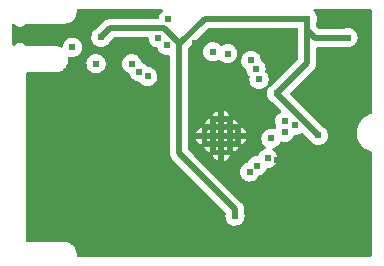
<source format=gbr>
%TF.GenerationSoftware,KiCad,Pcbnew,6.0.7-f9a2dced07~116~ubuntu22.04.1*%
%TF.CreationDate,2022-09-27T00:14:19+08:00*%
%TF.ProjectId,esp32_core_m2,65737033-325f-4636-9f72-655f6d322e6b,rev?*%
%TF.SameCoordinates,Original*%
%TF.FileFunction,Copper,L2,Inr*%
%TF.FilePolarity,Positive*%
%FSLAX46Y46*%
G04 Gerber Fmt 4.6, Leading zero omitted, Abs format (unit mm)*
G04 Created by KiCad (PCBNEW 6.0.7-f9a2dced07~116~ubuntu22.04.1) date 2022-09-27 00:14:19*
%MOMM*%
%LPD*%
G01*
G04 APERTURE LIST*
%TA.AperFunction,ComponentPad*%
%ADD10C,0.500000*%
%TD*%
%TA.AperFunction,ViaPad*%
%ADD11C,0.609600*%
%TD*%
%TA.AperFunction,Conductor*%
%ADD12C,0.508000*%
%TD*%
G04 APERTURE END LIST*
D10*
%TO.N,GND*%
%TO.C,U2*%
X92329000Y-71374000D03*
X90914786Y-71374000D03*
X92329000Y-72788214D03*
X93743214Y-71374000D03*
X91621893Y-70666893D03*
X93036107Y-72081107D03*
X93036107Y-70666893D03*
X91621893Y-72081107D03*
X92329000Y-69959786D03*
%TD*%
D11*
%TO.N,GND*%
X96393000Y-63322200D03*
X101092000Y-64820800D03*
X102057200Y-64795400D03*
X102666800Y-61341000D03*
%TO.N,+3V3*%
X103047800Y-63068200D03*
%TO.N,/GPIO0*%
X94727572Y-74434023D03*
%TO.N,/GPIO1*%
X95351600Y-73914000D03*
%TO.N,/GPIO2*%
X96251166Y-73278500D03*
%TO.N,/GPIO3*%
X96545400Y-71602600D03*
%TO.N,/GPIO4*%
X97685746Y-71073179D03*
%TO.N,/GPIO5*%
X97688400Y-70154800D03*
%TO.N,/GPIO6*%
X95529400Y-66598800D03*
%TO.N,/GPIO7*%
X95275400Y-65709800D03*
%TO.N,/GPIO8*%
X94843600Y-64998600D03*
%TO.N,/GPIO9*%
X92862400Y-64414400D03*
%TO.N,/GPIO10*%
X91617800Y-64262000D03*
%TO.N,/GPIO14*%
X81737200Y-65277500D03*
X84759800Y-65277500D03*
%TO.N,/GPIO15*%
X86087941Y-66342660D03*
X87731600Y-63728600D03*
%TO.N,/GPIO16*%
X86995000Y-63094100D03*
X85369400Y-65963800D03*
%TO.N,GND*%
X81667350Y-76657200D03*
X102927150Y-78282800D03*
X87172800Y-80314800D03*
X80733900Y-78613000D03*
X101060250Y-78282800D03*
X101993700Y-78282800D03*
X85305900Y-79324200D03*
X80733900Y-77647800D03*
X82600800Y-76657200D03*
X85305900Y-80314800D03*
X79800450Y-76657200D03*
X87172800Y-81280000D03*
X80721200Y-63373000D03*
X91967050Y-79222600D03*
X86239350Y-81280000D03*
X94767400Y-79222600D03*
X82600800Y-77647800D03*
X103860600Y-78282800D03*
X91033600Y-81178400D03*
X88417400Y-74498200D03*
X82600800Y-78613000D03*
X81667350Y-78613000D03*
X85369400Y-70053200D03*
X91033600Y-80213200D03*
X90144600Y-63550800D03*
X85305900Y-81280000D03*
X91033600Y-79222600D03*
X91967050Y-80213200D03*
X93833950Y-81178400D03*
X97967800Y-77825600D03*
X83439000Y-81280000D03*
X92900500Y-79222600D03*
X86239350Y-80314800D03*
X85826600Y-74676000D03*
X84372450Y-81280000D03*
X78867000Y-76657200D03*
X83439000Y-79324200D03*
X84372450Y-80314800D03*
X100126800Y-78282800D03*
X97053400Y-73406000D03*
X80733900Y-76657200D03*
X92900500Y-81178400D03*
X79800450Y-78613000D03*
X78587600Y-62966600D03*
X78867000Y-77647800D03*
X84372450Y-79324200D03*
X94767400Y-81178400D03*
X93833950Y-80213200D03*
X92900500Y-80213200D03*
X91967050Y-81178400D03*
X78867000Y-78613000D03*
X81667350Y-77647800D03*
X93833950Y-79222600D03*
X87172800Y-79324200D03*
X94767400Y-80213200D03*
X79800450Y-77647800D03*
X83439000Y-80314800D03*
X86239350Y-79324200D03*
X90017600Y-75920600D03*
%TO.N,+5V*%
X87833200Y-61518800D03*
%TO.N,/CHIP_EN*%
X79730600Y-63881000D03*
X98610438Y-70477362D03*
%TO.N,+3V3*%
X97028000Y-67792600D03*
X82143600Y-63042800D03*
X100558600Y-71348600D03*
X88773000Y-63627000D03*
X99618800Y-61468000D03*
X93497400Y-78181200D03*
%TD*%
D12*
%TO.N,+3V3*%
X97028000Y-67792600D02*
X99618800Y-65201800D01*
X99618800Y-65201800D02*
X99618800Y-62407800D01*
X99618800Y-62407800D02*
X99618800Y-61468000D01*
X103047800Y-63068200D02*
X103022400Y-63093600D01*
X103022400Y-63093600D02*
X100304600Y-63093600D01*
X100304600Y-63093600D02*
X99618800Y-62407800D01*
X88773000Y-63525400D02*
X87503000Y-62255400D01*
X93726000Y-61468000D02*
X90932000Y-61468000D01*
X97028000Y-67818000D02*
X100558600Y-71348600D01*
X93497400Y-77597000D02*
X88773000Y-72872600D01*
X90932000Y-61468000D02*
X88773000Y-63627000D01*
X93726000Y-61468000D02*
X99618800Y-61468000D01*
X82931000Y-62255400D02*
X87503000Y-62255400D01*
X88773000Y-63627000D02*
X88773000Y-63525400D01*
X88773000Y-72872600D02*
X88773000Y-63627000D01*
X82143600Y-63042800D02*
X82931000Y-62255400D01*
X91998800Y-61468000D02*
X93726000Y-61468000D01*
X97028000Y-67792600D02*
X97028000Y-67818000D01*
X93497400Y-78181200D02*
X93497400Y-77597000D01*
%TD*%
%TA.AperFunction,Conductor*%
%TO.N,GND*%
G36*
X87348055Y-60650302D02*
G01*
X87394548Y-60703958D01*
X87404652Y-60774232D01*
X87375158Y-60838812D01*
X87345955Y-60863618D01*
X87335319Y-60870161D01*
X87335315Y-60870164D01*
X87329314Y-60873856D01*
X87198950Y-61001518D01*
X87100108Y-61154890D01*
X87097699Y-61161510D01*
X87097697Y-61161513D01*
X87079536Y-61211411D01*
X87037702Y-61326349D01*
X87036819Y-61333339D01*
X87030584Y-61382692D01*
X87002202Y-61447769D01*
X86943142Y-61487170D01*
X86905578Y-61492900D01*
X82998376Y-61492900D01*
X82979426Y-61491467D01*
X82965027Y-61489276D01*
X82965021Y-61489276D01*
X82957792Y-61488176D01*
X82950500Y-61488769D01*
X82950497Y-61488769D01*
X82904817Y-61492485D01*
X82894602Y-61492900D01*
X82886475Y-61492900D01*
X82882839Y-61493324D01*
X82882837Y-61493324D01*
X82879385Y-61493727D01*
X82858076Y-61496211D01*
X82853756Y-61496638D01*
X82780574Y-61502591D01*
X82773612Y-61504847D01*
X82767624Y-61506043D01*
X82761667Y-61507451D01*
X82754393Y-61508299D01*
X82747511Y-61510797D01*
X82747507Y-61510798D01*
X82685393Y-61533345D01*
X82681289Y-61534755D01*
X82611425Y-61557387D01*
X82605162Y-61561187D01*
X82599620Y-61563725D01*
X82594144Y-61566467D01*
X82587259Y-61568966D01*
X82581135Y-61572981D01*
X82525868Y-61609215D01*
X82522200Y-61611530D01*
X82459419Y-61649627D01*
X82455214Y-61653341D01*
X82455211Y-61653343D01*
X82450995Y-61657067D01*
X82450969Y-61657038D01*
X82448038Y-61659638D01*
X82444684Y-61662442D01*
X82438565Y-61666454D01*
X82385625Y-61722339D01*
X82385012Y-61722986D01*
X82382634Y-61725428D01*
X81829229Y-62278833D01*
X81796657Y-62301726D01*
X81795123Y-62302248D01*
X81639714Y-62397856D01*
X81509350Y-62525518D01*
X81410508Y-62678890D01*
X81408099Y-62685510D01*
X81408097Y-62685513D01*
X81350510Y-62843732D01*
X81348102Y-62850349D01*
X81325234Y-63031373D01*
X81325921Y-63038380D01*
X81325921Y-63038383D01*
X81331135Y-63091558D01*
X81343039Y-63212964D01*
X81400633Y-63386099D01*
X81404282Y-63392124D01*
X81486185Y-63527361D01*
X81495154Y-63542171D01*
X81500045Y-63547236D01*
X81500046Y-63547237D01*
X81564818Y-63614310D01*
X81621903Y-63673423D01*
X81627795Y-63677278D01*
X81627799Y-63677282D01*
X81768656Y-63769456D01*
X81774581Y-63773333D01*
X81781185Y-63775789D01*
X81781187Y-63775790D01*
X81822626Y-63791201D01*
X81945600Y-63836935D01*
X82126460Y-63861067D01*
X82133471Y-63860429D01*
X82133475Y-63860429D01*
X82273180Y-63847714D01*
X82308171Y-63844529D01*
X82314873Y-63842351D01*
X82314875Y-63842351D01*
X82475005Y-63790322D01*
X82475008Y-63790321D01*
X82481704Y-63788145D01*
X82498345Y-63778225D01*
X82632377Y-63698327D01*
X82632380Y-63698325D01*
X82638432Y-63694717D01*
X82721104Y-63615989D01*
X82765462Y-63573748D01*
X82765464Y-63573745D01*
X82770566Y-63568887D01*
X82788316Y-63542171D01*
X82867638Y-63422782D01*
X82867639Y-63422780D01*
X82871539Y-63416910D01*
X82876472Y-63403924D01*
X82905164Y-63359574D01*
X83209933Y-63054805D01*
X83272245Y-63020779D01*
X83299028Y-63017900D01*
X86056033Y-63017900D01*
X86124154Y-63037902D01*
X86170647Y-63091558D01*
X86181432Y-63131604D01*
X86194439Y-63264264D01*
X86252033Y-63437399D01*
X86267323Y-63462646D01*
X86318554Y-63547237D01*
X86346554Y-63593471D01*
X86351445Y-63598536D01*
X86351446Y-63598537D01*
X86381010Y-63629151D01*
X86473303Y-63724723D01*
X86479195Y-63728578D01*
X86479199Y-63728582D01*
X86620085Y-63820775D01*
X86625981Y-63824633D01*
X86632585Y-63827089D01*
X86632587Y-63827090D01*
X86673623Y-63842351D01*
X86797000Y-63888235D01*
X86803985Y-63889167D01*
X86855557Y-63896048D01*
X86920434Y-63924883D01*
X86958452Y-63981170D01*
X86982940Y-64054784D01*
X86988633Y-64071899D01*
X86992281Y-64077922D01*
X87065312Y-64198510D01*
X87083154Y-64227971D01*
X87088045Y-64233036D01*
X87088046Y-64233037D01*
X87109362Y-64255110D01*
X87209903Y-64359223D01*
X87215795Y-64363078D01*
X87215799Y-64363082D01*
X87356685Y-64455275D01*
X87362581Y-64459133D01*
X87369185Y-64461589D01*
X87369187Y-64461590D01*
X87420513Y-64480678D01*
X87533600Y-64522735D01*
X87714460Y-64546867D01*
X87721471Y-64546229D01*
X87721475Y-64546229D01*
X87873080Y-64532431D01*
X87942733Y-64546176D01*
X87993898Y-64595397D01*
X88010500Y-64657912D01*
X88010500Y-72805224D01*
X88009067Y-72824174D01*
X88006876Y-72838573D01*
X88006876Y-72838579D01*
X88005776Y-72845808D01*
X88006369Y-72853100D01*
X88006369Y-72853103D01*
X88010085Y-72898783D01*
X88010500Y-72908998D01*
X88010500Y-72917125D01*
X88010924Y-72920761D01*
X88010924Y-72920763D01*
X88011327Y-72924215D01*
X88013811Y-72945524D01*
X88014238Y-72949844D01*
X88020191Y-73023026D01*
X88022447Y-73029988D01*
X88023643Y-73035976D01*
X88025051Y-73041933D01*
X88025899Y-73049207D01*
X88028397Y-73056089D01*
X88028398Y-73056093D01*
X88050945Y-73118207D01*
X88052355Y-73122311D01*
X88074987Y-73192175D01*
X88078787Y-73198438D01*
X88081325Y-73203980D01*
X88084067Y-73209456D01*
X88086566Y-73216341D01*
X88090581Y-73222465D01*
X88126815Y-73277732D01*
X88129130Y-73281400D01*
X88167227Y-73344181D01*
X88170941Y-73348386D01*
X88170943Y-73348389D01*
X88174667Y-73352605D01*
X88174638Y-73352631D01*
X88177238Y-73355562D01*
X88180042Y-73358916D01*
X88184054Y-73365035D01*
X88189366Y-73370067D01*
X88240586Y-73418588D01*
X88243028Y-73420966D01*
X92674204Y-77852142D01*
X92708230Y-77914454D01*
X92704149Y-77974845D01*
X92705967Y-77975285D01*
X92704310Y-77982132D01*
X92701902Y-77988749D01*
X92679034Y-78169773D01*
X92679721Y-78176780D01*
X92679721Y-78176783D01*
X92689367Y-78275157D01*
X92696839Y-78351364D01*
X92754433Y-78524499D01*
X92848954Y-78680571D01*
X92975703Y-78811823D01*
X92981595Y-78815678D01*
X92981599Y-78815682D01*
X93122485Y-78907875D01*
X93128381Y-78911733D01*
X93134985Y-78914189D01*
X93134987Y-78914190D01*
X93213891Y-78943534D01*
X93299400Y-78975335D01*
X93480260Y-78999467D01*
X93487271Y-78998829D01*
X93487275Y-78998829D01*
X93626980Y-78986114D01*
X93661971Y-78982929D01*
X93668673Y-78980751D01*
X93668675Y-78980751D01*
X93828805Y-78928722D01*
X93828808Y-78928721D01*
X93835504Y-78926545D01*
X93860352Y-78911733D01*
X93986177Y-78836727D01*
X93986180Y-78836725D01*
X93992232Y-78833117D01*
X94063539Y-78765212D01*
X94119262Y-78712148D01*
X94119264Y-78712145D01*
X94124366Y-78707287D01*
X94225339Y-78555310D01*
X94240338Y-78515825D01*
X94287633Y-78391322D01*
X94287634Y-78391317D01*
X94290133Y-78384739D01*
X94315527Y-78204052D01*
X94315846Y-78181200D01*
X94295507Y-77999875D01*
X94266908Y-77917749D01*
X94259900Y-77876312D01*
X94259900Y-77664376D01*
X94261333Y-77645426D01*
X94263524Y-77631027D01*
X94263524Y-77631023D01*
X94264624Y-77623793D01*
X94260315Y-77570814D01*
X94259900Y-77560600D01*
X94259900Y-77552475D01*
X94256593Y-77524110D01*
X94256160Y-77519735D01*
X94250803Y-77453868D01*
X94250210Y-77446574D01*
X94247956Y-77439617D01*
X94246767Y-77433663D01*
X94245349Y-77427665D01*
X94244501Y-77420393D01*
X94219452Y-77351383D01*
X94218035Y-77347256D01*
X94197668Y-77284386D01*
X94197667Y-77284384D01*
X94195413Y-77277426D01*
X94191617Y-77271170D01*
X94189067Y-77265601D01*
X94186330Y-77260137D01*
X94183834Y-77253259D01*
X94143564Y-77191838D01*
X94141244Y-77188159D01*
X94106088Y-77130223D01*
X94103173Y-77125419D01*
X94095733Y-77116995D01*
X94095762Y-77116969D01*
X94093162Y-77114038D01*
X94090358Y-77110684D01*
X94086346Y-77104565D01*
X94029813Y-77051011D01*
X94027372Y-77048634D01*
X90027773Y-73049035D01*
X91616880Y-73049035D01*
X91634328Y-73101488D01*
X91640199Y-73114193D01*
X91720997Y-73247607D01*
X91729537Y-73258696D01*
X91837885Y-73370893D01*
X91848667Y-73379813D01*
X91979179Y-73465219D01*
X91991674Y-73471530D01*
X92062021Y-73497692D01*
X92076087Y-73498685D01*
X92079000Y-73493338D01*
X92079000Y-73485922D01*
X92579000Y-73485922D01*
X92582973Y-73499453D01*
X92590000Y-73500463D01*
X92637414Y-73485057D01*
X92650165Y-73479273D01*
X92784134Y-73399412D01*
X92795287Y-73390946D01*
X92908233Y-73283389D01*
X92917236Y-73272659D01*
X93003542Y-73142757D01*
X93009945Y-73130299D01*
X93038493Y-73055148D01*
X93039583Y-73041090D01*
X93034391Y-73038214D01*
X92597115Y-73038214D01*
X92581876Y-73042689D01*
X92580671Y-73044079D01*
X92579000Y-73051762D01*
X92579000Y-73485922D01*
X92079000Y-73485922D01*
X92079000Y-73056329D01*
X92074525Y-73041090D01*
X92073135Y-73039885D01*
X92065452Y-73038214D01*
X91631395Y-73038214D01*
X91617864Y-73042187D01*
X91616880Y-73049035D01*
X90027773Y-73049035D01*
X89572405Y-72593667D01*
X89538379Y-72531355D01*
X89535500Y-72504572D01*
X89535500Y-72341928D01*
X90909773Y-72341928D01*
X90927221Y-72394381D01*
X90933092Y-72407086D01*
X91013890Y-72540500D01*
X91022430Y-72551589D01*
X91130778Y-72663786D01*
X91141560Y-72672706D01*
X91272072Y-72758112D01*
X91284567Y-72764423D01*
X91354914Y-72790585D01*
X91368980Y-72791578D01*
X91371893Y-72786231D01*
X91371893Y-72778815D01*
X93286107Y-72778815D01*
X93290080Y-72792346D01*
X93297107Y-72793356D01*
X93344521Y-72777950D01*
X93357272Y-72772166D01*
X93491241Y-72692305D01*
X93502394Y-72683839D01*
X93615340Y-72576282D01*
X93624343Y-72565552D01*
X93710649Y-72435650D01*
X93717052Y-72423192D01*
X93745600Y-72348041D01*
X93746690Y-72333983D01*
X93741498Y-72331107D01*
X93304222Y-72331107D01*
X93288983Y-72335582D01*
X93287778Y-72336972D01*
X93286107Y-72344655D01*
X93286107Y-72778815D01*
X91371893Y-72778815D01*
X91371893Y-72520099D01*
X91871893Y-72520099D01*
X91876368Y-72535338D01*
X91877758Y-72536543D01*
X91885441Y-72538214D01*
X92060885Y-72538214D01*
X92076124Y-72533739D01*
X92077329Y-72532349D01*
X92079000Y-72524666D01*
X92079000Y-72520099D01*
X92579000Y-72520099D01*
X92583475Y-72535338D01*
X92584865Y-72536543D01*
X92592548Y-72538214D01*
X92767992Y-72538214D01*
X92783231Y-72533739D01*
X92784436Y-72532349D01*
X92786107Y-72524666D01*
X92786107Y-72349222D01*
X92781632Y-72333983D01*
X92780242Y-72332778D01*
X92772559Y-72331107D01*
X92597115Y-72331107D01*
X92581876Y-72335582D01*
X92580671Y-72336972D01*
X92579000Y-72344655D01*
X92579000Y-72520099D01*
X92079000Y-72520099D01*
X92079000Y-72349222D01*
X92074525Y-72333983D01*
X92073135Y-72332778D01*
X92065452Y-72331107D01*
X91890008Y-72331107D01*
X91874769Y-72335582D01*
X91873564Y-72336972D01*
X91871893Y-72344655D01*
X91871893Y-72520099D01*
X91371893Y-72520099D01*
X91371893Y-72349222D01*
X91367418Y-72333983D01*
X91366028Y-72332778D01*
X91358345Y-72331107D01*
X90924288Y-72331107D01*
X90910757Y-72335080D01*
X90909773Y-72341928D01*
X89535500Y-72341928D01*
X89535500Y-71634821D01*
X90202666Y-71634821D01*
X90220114Y-71687274D01*
X90225985Y-71699979D01*
X90306783Y-71833393D01*
X90315323Y-71844482D01*
X90423671Y-71956679D01*
X90434453Y-71965599D01*
X90564965Y-72051005D01*
X90577460Y-72057316D01*
X90647807Y-72083478D01*
X90661873Y-72084471D01*
X90664786Y-72079124D01*
X90664786Y-72071708D01*
X93993214Y-72071708D01*
X93997187Y-72085239D01*
X94004214Y-72086249D01*
X94051628Y-72070843D01*
X94064379Y-72065059D01*
X94198348Y-71985198D01*
X94209501Y-71976732D01*
X94322447Y-71869175D01*
X94331450Y-71858445D01*
X94417756Y-71728543D01*
X94424159Y-71716085D01*
X94452707Y-71640934D01*
X94453797Y-71626876D01*
X94448605Y-71624000D01*
X94011329Y-71624000D01*
X93996090Y-71628475D01*
X93994885Y-71629865D01*
X93993214Y-71637548D01*
X93993214Y-72071708D01*
X90664786Y-72071708D01*
X90664786Y-71812992D01*
X91164786Y-71812992D01*
X91169261Y-71828231D01*
X91170651Y-71829436D01*
X91178334Y-71831107D01*
X91353778Y-71831107D01*
X91369017Y-71826632D01*
X91370222Y-71825242D01*
X91371893Y-71817559D01*
X91371893Y-71812992D01*
X91871893Y-71812992D01*
X91876368Y-71828231D01*
X91877758Y-71829436D01*
X91885441Y-71831107D01*
X92060885Y-71831107D01*
X92076124Y-71826632D01*
X92077329Y-71825242D01*
X92079000Y-71817559D01*
X92079000Y-71812992D01*
X92579000Y-71812992D01*
X92583475Y-71828231D01*
X92584865Y-71829436D01*
X92592548Y-71831107D01*
X92767992Y-71831107D01*
X92783231Y-71826632D01*
X92784436Y-71825242D01*
X92786107Y-71817559D01*
X92786107Y-71812992D01*
X93286107Y-71812992D01*
X93290582Y-71828231D01*
X93291972Y-71829436D01*
X93299655Y-71831107D01*
X93475099Y-71831107D01*
X93490338Y-71826632D01*
X93491543Y-71825242D01*
X93493214Y-71817559D01*
X93493214Y-71642115D01*
X93488739Y-71626876D01*
X93487349Y-71625671D01*
X93479666Y-71624000D01*
X93304222Y-71624000D01*
X93288983Y-71628475D01*
X93287778Y-71629865D01*
X93286107Y-71637548D01*
X93286107Y-71812992D01*
X92786107Y-71812992D01*
X92786107Y-71642115D01*
X92781632Y-71626876D01*
X92780242Y-71625671D01*
X92772559Y-71624000D01*
X92597115Y-71624000D01*
X92581876Y-71628475D01*
X92580671Y-71629865D01*
X92579000Y-71637548D01*
X92579000Y-71812992D01*
X92079000Y-71812992D01*
X92079000Y-71642115D01*
X92074525Y-71626876D01*
X92073135Y-71625671D01*
X92065452Y-71624000D01*
X91890008Y-71624000D01*
X91874769Y-71628475D01*
X91873564Y-71629865D01*
X91871893Y-71637548D01*
X91871893Y-71812992D01*
X91371893Y-71812992D01*
X91371893Y-71642115D01*
X91367418Y-71626876D01*
X91366028Y-71625671D01*
X91358345Y-71624000D01*
X91182901Y-71624000D01*
X91167662Y-71628475D01*
X91166457Y-71629865D01*
X91164786Y-71637548D01*
X91164786Y-71812992D01*
X90664786Y-71812992D01*
X90664786Y-71642115D01*
X90660311Y-71626876D01*
X90658921Y-71625671D01*
X90651238Y-71624000D01*
X90217181Y-71624000D01*
X90203650Y-71627973D01*
X90202666Y-71634821D01*
X89535500Y-71634821D01*
X89535500Y-71121050D01*
X90204389Y-71121050D01*
X90209895Y-71124000D01*
X90646671Y-71124000D01*
X90661910Y-71119525D01*
X90663115Y-71118135D01*
X90664786Y-71110452D01*
X90664786Y-71105885D01*
X91164786Y-71105885D01*
X91169261Y-71121124D01*
X91170651Y-71122329D01*
X91178334Y-71124000D01*
X91353778Y-71124000D01*
X91369017Y-71119525D01*
X91370222Y-71118135D01*
X91371893Y-71110452D01*
X91371893Y-71105885D01*
X91871893Y-71105885D01*
X91876368Y-71121124D01*
X91877758Y-71122329D01*
X91885441Y-71124000D01*
X92060885Y-71124000D01*
X92076124Y-71119525D01*
X92077329Y-71118135D01*
X92079000Y-71110452D01*
X92079000Y-71105885D01*
X92579000Y-71105885D01*
X92583475Y-71121124D01*
X92584865Y-71122329D01*
X92592548Y-71124000D01*
X92767992Y-71124000D01*
X92783231Y-71119525D01*
X92784436Y-71118135D01*
X92786107Y-71110452D01*
X92786107Y-71105885D01*
X93286107Y-71105885D01*
X93290582Y-71121124D01*
X93291972Y-71122329D01*
X93299655Y-71124000D01*
X93475099Y-71124000D01*
X93490338Y-71119525D01*
X93491543Y-71118135D01*
X93493214Y-71110452D01*
X93493214Y-71105885D01*
X93993214Y-71105885D01*
X93997689Y-71121124D01*
X93999079Y-71122329D01*
X94006762Y-71124000D01*
X94440730Y-71124000D01*
X94454261Y-71120027D01*
X94455196Y-71113522D01*
X94433443Y-71051054D01*
X94427397Y-71038436D01*
X94344745Y-70906165D01*
X94336048Y-70895192D01*
X94226147Y-70784521D01*
X94215237Y-70775749D01*
X94083556Y-70692181D01*
X94070960Y-70686038D01*
X94010281Y-70664431D01*
X93996201Y-70663635D01*
X93993214Y-70669305D01*
X93993214Y-71105885D01*
X93493214Y-71105885D01*
X93493214Y-70935008D01*
X93488739Y-70919769D01*
X93487349Y-70918564D01*
X93479666Y-70916893D01*
X93304222Y-70916893D01*
X93288983Y-70921368D01*
X93287778Y-70922758D01*
X93286107Y-70930441D01*
X93286107Y-71105885D01*
X92786107Y-71105885D01*
X92786107Y-70935008D01*
X92781632Y-70919769D01*
X92780242Y-70918564D01*
X92772559Y-70916893D01*
X92597115Y-70916893D01*
X92581876Y-70921368D01*
X92580671Y-70922758D01*
X92579000Y-70930441D01*
X92579000Y-71105885D01*
X92079000Y-71105885D01*
X92079000Y-70935008D01*
X92074525Y-70919769D01*
X92073135Y-70918564D01*
X92065452Y-70916893D01*
X91890008Y-70916893D01*
X91874769Y-70921368D01*
X91873564Y-70922758D01*
X91871893Y-70930441D01*
X91871893Y-71105885D01*
X91371893Y-71105885D01*
X91371893Y-70935008D01*
X91367418Y-70919769D01*
X91366028Y-70918564D01*
X91358345Y-70916893D01*
X91182901Y-70916893D01*
X91167662Y-70921368D01*
X91166457Y-70922758D01*
X91164786Y-70930441D01*
X91164786Y-71105885D01*
X90664786Y-71105885D01*
X90664786Y-70676459D01*
X90660813Y-70662928D01*
X90654139Y-70661969D01*
X90596673Y-70681531D01*
X90584003Y-70687493D01*
X90451162Y-70769218D01*
X90440128Y-70777838D01*
X90328695Y-70886962D01*
X90319846Y-70897811D01*
X90235357Y-71028913D01*
X90229131Y-71041455D01*
X90205283Y-71106977D01*
X90204389Y-71121050D01*
X89535500Y-71121050D01*
X89535500Y-70413943D01*
X90911496Y-70413943D01*
X90917002Y-70416893D01*
X91353778Y-70416893D01*
X91369017Y-70412418D01*
X91370222Y-70411028D01*
X91371893Y-70403345D01*
X91371893Y-70398778D01*
X91871893Y-70398778D01*
X91876368Y-70414017D01*
X91877758Y-70415222D01*
X91885441Y-70416893D01*
X92060885Y-70416893D01*
X92076124Y-70412418D01*
X92077329Y-70411028D01*
X92079000Y-70403345D01*
X92079000Y-70398778D01*
X92579000Y-70398778D01*
X92583475Y-70414017D01*
X92584865Y-70415222D01*
X92592548Y-70416893D01*
X92767992Y-70416893D01*
X92783231Y-70412418D01*
X92784436Y-70411028D01*
X92786107Y-70403345D01*
X92786107Y-70398778D01*
X93286107Y-70398778D01*
X93290582Y-70414017D01*
X93291972Y-70415222D01*
X93299655Y-70416893D01*
X93733623Y-70416893D01*
X93747154Y-70412920D01*
X93748089Y-70406415D01*
X93726336Y-70343947D01*
X93720290Y-70331329D01*
X93637638Y-70199058D01*
X93628941Y-70188085D01*
X93519040Y-70077414D01*
X93508130Y-70068642D01*
X93376449Y-69985074D01*
X93363853Y-69978931D01*
X93303174Y-69957324D01*
X93289094Y-69956528D01*
X93286107Y-69962198D01*
X93286107Y-70398778D01*
X92786107Y-70398778D01*
X92786107Y-70227901D01*
X92781632Y-70212662D01*
X92780242Y-70211457D01*
X92772559Y-70209786D01*
X92597115Y-70209786D01*
X92581876Y-70214261D01*
X92580671Y-70215651D01*
X92579000Y-70223334D01*
X92579000Y-70398778D01*
X92079000Y-70398778D01*
X92079000Y-70227901D01*
X92074525Y-70212662D01*
X92073135Y-70211457D01*
X92065452Y-70209786D01*
X91890008Y-70209786D01*
X91874769Y-70214261D01*
X91873564Y-70215651D01*
X91871893Y-70223334D01*
X91871893Y-70398778D01*
X91371893Y-70398778D01*
X91371893Y-69969352D01*
X91367920Y-69955821D01*
X91361246Y-69954862D01*
X91303780Y-69974424D01*
X91291110Y-69980386D01*
X91158269Y-70062111D01*
X91147235Y-70070731D01*
X91035802Y-70179855D01*
X91026953Y-70190704D01*
X90942464Y-70321806D01*
X90936238Y-70334348D01*
X90912390Y-70399870D01*
X90911496Y-70413943D01*
X89535500Y-70413943D01*
X89535500Y-69706836D01*
X91618603Y-69706836D01*
X91624109Y-69709786D01*
X92060885Y-69709786D01*
X92076124Y-69705311D01*
X92077329Y-69703921D01*
X92079000Y-69696238D01*
X92079000Y-69691671D01*
X92579000Y-69691671D01*
X92583475Y-69706910D01*
X92584865Y-69708115D01*
X92592548Y-69709786D01*
X93026516Y-69709786D01*
X93040047Y-69705813D01*
X93040982Y-69699308D01*
X93019229Y-69636840D01*
X93013183Y-69624222D01*
X92930531Y-69491951D01*
X92921834Y-69480978D01*
X92811933Y-69370307D01*
X92801023Y-69361535D01*
X92669342Y-69277967D01*
X92656746Y-69271824D01*
X92596067Y-69250217D01*
X92581987Y-69249421D01*
X92579000Y-69255091D01*
X92579000Y-69691671D01*
X92079000Y-69691671D01*
X92079000Y-69262245D01*
X92075027Y-69248714D01*
X92068353Y-69247755D01*
X92010887Y-69267317D01*
X91998217Y-69273279D01*
X91865376Y-69355004D01*
X91854342Y-69363624D01*
X91742909Y-69472748D01*
X91734060Y-69483597D01*
X91649571Y-69614699D01*
X91643345Y-69627241D01*
X91619497Y-69692763D01*
X91618603Y-69706836D01*
X89535500Y-69706836D01*
X89535500Y-64250573D01*
X90799434Y-64250573D01*
X90800121Y-64257580D01*
X90800121Y-64257583D01*
X90807549Y-64333339D01*
X90817239Y-64432164D01*
X90874833Y-64605299D01*
X90886475Y-64624522D01*
X90965672Y-64755291D01*
X90969354Y-64761371D01*
X90974245Y-64766436D01*
X90974246Y-64766437D01*
X90995562Y-64788510D01*
X91096103Y-64892623D01*
X91101995Y-64896478D01*
X91101999Y-64896482D01*
X91236589Y-64984555D01*
X91248781Y-64992533D01*
X91255385Y-64994989D01*
X91255387Y-64994990D01*
X91316116Y-65017575D01*
X91419800Y-65056135D01*
X91600660Y-65080267D01*
X91607671Y-65079629D01*
X91607675Y-65079629D01*
X91753935Y-65066317D01*
X91782371Y-65063729D01*
X91789073Y-65061551D01*
X91789075Y-65061551D01*
X91949205Y-65009522D01*
X91949208Y-65009521D01*
X91955904Y-65007345D01*
X91987224Y-64988675D01*
X92018246Y-64970182D01*
X92091245Y-64926666D01*
X92160000Y-64908966D01*
X92227409Y-64931248D01*
X92246395Y-64947365D01*
X92340703Y-65045023D01*
X92346595Y-65048878D01*
X92346599Y-65048882D01*
X92487485Y-65141075D01*
X92493381Y-65144933D01*
X92499985Y-65147389D01*
X92499987Y-65147390D01*
X92557460Y-65168764D01*
X92664400Y-65208535D01*
X92845260Y-65232667D01*
X92852271Y-65232029D01*
X92852275Y-65232029D01*
X92991980Y-65219314D01*
X93026971Y-65216129D01*
X93033673Y-65213951D01*
X93033675Y-65213951D01*
X93193805Y-65161922D01*
X93193808Y-65161921D01*
X93200504Y-65159745D01*
X93225352Y-65144933D01*
X93351177Y-65069927D01*
X93351180Y-65069925D01*
X93357232Y-65066317D01*
X93440341Y-64987173D01*
X94025234Y-64987173D01*
X94025921Y-64994180D01*
X94025921Y-64994183D01*
X94032517Y-65061454D01*
X94043039Y-65168764D01*
X94100633Y-65341899D01*
X94117729Y-65370127D01*
X94184900Y-65481039D01*
X94195154Y-65497971D01*
X94321903Y-65629223D01*
X94346048Y-65645023D01*
X94408539Y-65685916D01*
X94454588Y-65739953D01*
X94464945Y-65779052D01*
X94474839Y-65879964D01*
X94532433Y-66053099D01*
X94536082Y-66059124D01*
X94593954Y-66154681D01*
X94626954Y-66209171D01*
X94631845Y-66214236D01*
X94631846Y-66214237D01*
X94703151Y-66288075D01*
X94736083Y-66350971D01*
X94735019Y-66403281D01*
X94733902Y-66406349D01*
X94711034Y-66587373D01*
X94711721Y-66594380D01*
X94711721Y-66594383D01*
X94721143Y-66690475D01*
X94728839Y-66768964D01*
X94786433Y-66942099D01*
X94805093Y-66972910D01*
X94876116Y-67090182D01*
X94880954Y-67098171D01*
X95007703Y-67229423D01*
X95013595Y-67233278D01*
X95013599Y-67233282D01*
X95154485Y-67325475D01*
X95160381Y-67329333D01*
X95166985Y-67331789D01*
X95166987Y-67331790D01*
X95245891Y-67361134D01*
X95331400Y-67392935D01*
X95512260Y-67417067D01*
X95519271Y-67416429D01*
X95519275Y-67416429D01*
X95658980Y-67403714D01*
X95693971Y-67400529D01*
X95700673Y-67398351D01*
X95700675Y-67398351D01*
X95860805Y-67346322D01*
X95860808Y-67346321D01*
X95867504Y-67344145D01*
X95892352Y-67329333D01*
X96018177Y-67254327D01*
X96018180Y-67254325D01*
X96024232Y-67250717D01*
X96095539Y-67182812D01*
X96151262Y-67129748D01*
X96151264Y-67129745D01*
X96156366Y-67124887D01*
X96257339Y-66972910D01*
X96272338Y-66933425D01*
X96319633Y-66808922D01*
X96319634Y-66808917D01*
X96322133Y-66802339D01*
X96324982Y-66782067D01*
X96346976Y-66625575D01*
X96346976Y-66625570D01*
X96347527Y-66621652D01*
X96347846Y-66598800D01*
X96327507Y-66417475D01*
X96267501Y-66245161D01*
X96170811Y-66090424D01*
X96160329Y-66079868D01*
X96105863Y-66025022D01*
X96102893Y-66022031D01*
X96069085Y-65959601D01*
X96070019Y-65913604D01*
X96068133Y-65913339D01*
X96092976Y-65736575D01*
X96092976Y-65736570D01*
X96093527Y-65732652D01*
X96093720Y-65718843D01*
X96093791Y-65713763D01*
X96093791Y-65713758D01*
X96093846Y-65709800D01*
X96073507Y-65528475D01*
X96062885Y-65497971D01*
X96046813Y-65451819D01*
X96013501Y-65356161D01*
X95932277Y-65226175D01*
X95920544Y-65207398D01*
X95916811Y-65201424D01*
X95840716Y-65124796D01*
X95793204Y-65076951D01*
X95793200Y-65076948D01*
X95788241Y-65071954D01*
X95776288Y-65064368D01*
X95712205Y-65023700D01*
X95665406Y-64970311D01*
X95654504Y-64931360D01*
X95642492Y-64824274D01*
X95641707Y-64817275D01*
X95636085Y-64801129D01*
X95612356Y-64732991D01*
X95581701Y-64644961D01*
X95485011Y-64490224D01*
X95407279Y-64411948D01*
X95361404Y-64365751D01*
X95361400Y-64365748D01*
X95356441Y-64360754D01*
X95345257Y-64353656D01*
X95278002Y-64310975D01*
X95202383Y-64262986D01*
X95087136Y-64221948D01*
X95037127Y-64204140D01*
X95037125Y-64204139D01*
X95030493Y-64201778D01*
X95023507Y-64200945D01*
X95023503Y-64200944D01*
X94893926Y-64185494D01*
X94849314Y-64180174D01*
X94842311Y-64180910D01*
X94842310Y-64180910D01*
X94796075Y-64185770D01*
X94667851Y-64199246D01*
X94661183Y-64201516D01*
X94501790Y-64255778D01*
X94501787Y-64255779D01*
X94495123Y-64258048D01*
X94339714Y-64353656D01*
X94327363Y-64365751D01*
X94229496Y-64461590D01*
X94209350Y-64481318D01*
X94182058Y-64523667D01*
X94125797Y-64610967D01*
X94110508Y-64634690D01*
X94108099Y-64641310D01*
X94108097Y-64641313D01*
X94055982Y-64784499D01*
X94048102Y-64806149D01*
X94025234Y-64987173D01*
X93440341Y-64987173D01*
X93458048Y-64970311D01*
X93484262Y-64945348D01*
X93484264Y-64945345D01*
X93489366Y-64940487D01*
X93590339Y-64788510D01*
X93605338Y-64749025D01*
X93652633Y-64624522D01*
X93652634Y-64624517D01*
X93655133Y-64617939D01*
X93656113Y-64610967D01*
X93679976Y-64441175D01*
X93679976Y-64441170D01*
X93680527Y-64437252D01*
X93680846Y-64414400D01*
X93660507Y-64233075D01*
X93600501Y-64060761D01*
X93503811Y-63906024D01*
X93395863Y-63797320D01*
X93380204Y-63781551D01*
X93380200Y-63781548D01*
X93375241Y-63776554D01*
X93364087Y-63769475D01*
X93302692Y-63730513D01*
X93221183Y-63678786D01*
X93112665Y-63640144D01*
X93055927Y-63619940D01*
X93055925Y-63619939D01*
X93049293Y-63617578D01*
X93042307Y-63616745D01*
X93042303Y-63616744D01*
X92894732Y-63599148D01*
X92868114Y-63595974D01*
X92861111Y-63596710D01*
X92861110Y-63596710D01*
X92814875Y-63601570D01*
X92686651Y-63615046D01*
X92679983Y-63617316D01*
X92520590Y-63671578D01*
X92520587Y-63671579D01*
X92513923Y-63673848D01*
X92507928Y-63677536D01*
X92507924Y-63677538D01*
X92460565Y-63706674D01*
X92391688Y-63749047D01*
X92323188Y-63767705D01*
X92255474Y-63746366D01*
X92236261Y-63730513D01*
X92135604Y-63629151D01*
X92135600Y-63629148D01*
X92130641Y-63624154D01*
X92119457Y-63617056D01*
X92034304Y-63563017D01*
X91976583Y-63526386D01*
X91869890Y-63488394D01*
X91811327Y-63467540D01*
X91811325Y-63467539D01*
X91804693Y-63465178D01*
X91797707Y-63464345D01*
X91797703Y-63464344D01*
X91662150Y-63448181D01*
X91623514Y-63443574D01*
X91616511Y-63444310D01*
X91616510Y-63444310D01*
X91579680Y-63448181D01*
X91442051Y-63462646D01*
X91435383Y-63464916D01*
X91275990Y-63519178D01*
X91275987Y-63519179D01*
X91269323Y-63521448D01*
X91113914Y-63617056D01*
X91047665Y-63681932D01*
X90997336Y-63731218D01*
X90983550Y-63744718D01*
X90962237Y-63777789D01*
X90890459Y-63889167D01*
X90884708Y-63898090D01*
X90882299Y-63904710D01*
X90882297Y-63904713D01*
X90824710Y-64062932D01*
X90822302Y-64069549D01*
X90799434Y-64250573D01*
X89535500Y-64250573D01*
X89535500Y-63995028D01*
X89555502Y-63926907D01*
X89572405Y-63905933D01*
X91210933Y-62267405D01*
X91273245Y-62233379D01*
X91300028Y-62230500D01*
X98727854Y-62230500D01*
X98795975Y-62250502D01*
X98842468Y-62304158D01*
X98851158Y-62366390D01*
X98852932Y-62366452D01*
X98852676Y-62373776D01*
X98851576Y-62381008D01*
X98852169Y-62388300D01*
X98852169Y-62388303D01*
X98855885Y-62433983D01*
X98856300Y-62444198D01*
X98856300Y-64833772D01*
X98836298Y-64901893D01*
X98819395Y-64922867D01*
X96713629Y-67028633D01*
X96681057Y-67051526D01*
X96679523Y-67052048D01*
X96604551Y-67098171D01*
X96532965Y-67142211D01*
X96524114Y-67147656D01*
X96519081Y-67152585D01*
X96423838Y-67245854D01*
X96393750Y-67275318D01*
X96389933Y-67281241D01*
X96302399Y-67417067D01*
X96294908Y-67428690D01*
X96232502Y-67600149D01*
X96209634Y-67781173D01*
X96210321Y-67788180D01*
X96210321Y-67788183D01*
X96214626Y-67832083D01*
X96227439Y-67962764D01*
X96285033Y-68135899D01*
X96379554Y-68291971D01*
X96506303Y-68423223D01*
X96512199Y-68427081D01*
X96635975Y-68508078D01*
X96656077Y-68524415D01*
X97354639Y-69222977D01*
X97388665Y-69285289D01*
X97383600Y-69356104D01*
X97341053Y-69412940D01*
X97331578Y-69419382D01*
X97184514Y-69509856D01*
X97137680Y-69555719D01*
X97064645Y-69627241D01*
X97054150Y-69637518D01*
X96955308Y-69790890D01*
X96952899Y-69797510D01*
X96952897Y-69797513D01*
X96914480Y-69903063D01*
X96892902Y-69962349D01*
X96870034Y-70143373D01*
X96870721Y-70150380D01*
X96870721Y-70150383D01*
X96877121Y-70215651D01*
X96887839Y-70324964D01*
X96945433Y-70498099D01*
X96949082Y-70504124D01*
X96974076Y-70545394D01*
X96992255Y-70614024D01*
X96972212Y-70678920D01*
X96956473Y-70703342D01*
X96956470Y-70703347D01*
X96952654Y-70709269D01*
X96939069Y-70746594D01*
X96896977Y-70803763D01*
X96830656Y-70829102D01*
X96778403Y-70822197D01*
X96732293Y-70805778D01*
X96725307Y-70804945D01*
X96725303Y-70804944D01*
X96579342Y-70787540D01*
X96551114Y-70784174D01*
X96544111Y-70784910D01*
X96544110Y-70784910D01*
X96497875Y-70789770D01*
X96369651Y-70803246D01*
X96362983Y-70805516D01*
X96203590Y-70859778D01*
X96203587Y-70859779D01*
X96196923Y-70862048D01*
X96041514Y-70957656D01*
X95911150Y-71085318D01*
X95812308Y-71238690D01*
X95809899Y-71245310D01*
X95809897Y-71245313D01*
X95752310Y-71403532D01*
X95749902Y-71410149D01*
X95727034Y-71591173D01*
X95727721Y-71598180D01*
X95727721Y-71598183D01*
X95734249Y-71664756D01*
X95744839Y-71772764D01*
X95802433Y-71945899D01*
X95806082Y-71951924D01*
X95889909Y-72090338D01*
X95896954Y-72101971D01*
X95901845Y-72107036D01*
X95901846Y-72107037D01*
X95959007Y-72166229D01*
X96023703Y-72233223D01*
X96072441Y-72265116D01*
X96118486Y-72319151D01*
X96128010Y-72389506D01*
X96097986Y-72453841D01*
X96044051Y-72489824D01*
X95909356Y-72535678D01*
X95909353Y-72535679D01*
X95902689Y-72537948D01*
X95747280Y-72633556D01*
X95616916Y-72761218D01*
X95518074Y-72914590D01*
X95515665Y-72921210D01*
X95515663Y-72921213D01*
X95482075Y-73013495D01*
X95439980Y-73070666D01*
X95373659Y-73096004D01*
X95363886Y-73096358D01*
X95357314Y-73095574D01*
X95175851Y-73114646D01*
X95169183Y-73116916D01*
X95009790Y-73171178D01*
X95009787Y-73171179D01*
X95003123Y-73173448D01*
X94847714Y-73269056D01*
X94778321Y-73337010D01*
X94743722Y-73370893D01*
X94717350Y-73396718D01*
X94618508Y-73550090D01*
X94613449Y-73563991D01*
X94571354Y-73621162D01*
X94535654Y-73640173D01*
X94385762Y-73691201D01*
X94385759Y-73691202D01*
X94379095Y-73693471D01*
X94223686Y-73789079D01*
X94093322Y-73916741D01*
X93994480Y-74070113D01*
X93992071Y-74076733D01*
X93992069Y-74076736D01*
X93955439Y-74177377D01*
X93932074Y-74241572D01*
X93909206Y-74422596D01*
X93909893Y-74429603D01*
X93909893Y-74429606D01*
X93919539Y-74527980D01*
X93927011Y-74604187D01*
X93984605Y-74777322D01*
X94079126Y-74933394D01*
X94205875Y-75064646D01*
X94211767Y-75068501D01*
X94211771Y-75068505D01*
X94352657Y-75160698D01*
X94358553Y-75164556D01*
X94365157Y-75167012D01*
X94365159Y-75167013D01*
X94444062Y-75196357D01*
X94529572Y-75228158D01*
X94710432Y-75252290D01*
X94717443Y-75251652D01*
X94717447Y-75251652D01*
X94857152Y-75238937D01*
X94892143Y-75235752D01*
X94898845Y-75233574D01*
X94898847Y-75233574D01*
X95058977Y-75181545D01*
X95058980Y-75181544D01*
X95065676Y-75179368D01*
X95090524Y-75164556D01*
X95216349Y-75089550D01*
X95216352Y-75089548D01*
X95222404Y-75085940D01*
X95293711Y-75018035D01*
X95349434Y-74964971D01*
X95349436Y-74964968D01*
X95354538Y-74960110D01*
X95455511Y-74808133D01*
X95465576Y-74781637D01*
X95508465Y-74725059D01*
X95544428Y-74706548D01*
X95683005Y-74661522D01*
X95683008Y-74661521D01*
X95689704Y-74659345D01*
X95771019Y-74610872D01*
X95840377Y-74569527D01*
X95840380Y-74569525D01*
X95846432Y-74565917D01*
X95917739Y-74498012D01*
X95973462Y-74444948D01*
X95973464Y-74444945D01*
X95978566Y-74440087D01*
X96079539Y-74288110D01*
X96121603Y-74177377D01*
X96164492Y-74120799D01*
X96231161Y-74096390D01*
X96231195Y-74096389D01*
X96234026Y-74096767D01*
X96240420Y-74096185D01*
X96240424Y-74096185D01*
X96369494Y-74084438D01*
X96415737Y-74080229D01*
X96422439Y-74078051D01*
X96422441Y-74078051D01*
X96582571Y-74026022D01*
X96582574Y-74026021D01*
X96589270Y-74023845D01*
X96595321Y-74020238D01*
X96739943Y-73934027D01*
X96739946Y-73934025D01*
X96745998Y-73930417D01*
X96817305Y-73862512D01*
X96873028Y-73809448D01*
X96873030Y-73809445D01*
X96878132Y-73804587D01*
X96979105Y-73652610D01*
X96994104Y-73613125D01*
X97041399Y-73488622D01*
X97041400Y-73488617D01*
X97043899Y-73482039D01*
X97052655Y-73419739D01*
X97068742Y-73305275D01*
X97068742Y-73305270D01*
X97069293Y-73301352D01*
X97069612Y-73278500D01*
X97049273Y-73097175D01*
X97027912Y-73035833D01*
X96991585Y-72931518D01*
X96989267Y-72924861D01*
X96892577Y-72770124D01*
X96799594Y-72676490D01*
X96768970Y-72645651D01*
X96768966Y-72645648D01*
X96764007Y-72640654D01*
X96752823Y-72633556D01*
X96725499Y-72616216D01*
X96678700Y-72562827D01*
X96668195Y-72492612D01*
X96697319Y-72427864D01*
X96754077Y-72389998D01*
X96804573Y-72373591D01*
X96876805Y-72350122D01*
X96876808Y-72350121D01*
X96883504Y-72347945D01*
X96893598Y-72341928D01*
X97034177Y-72258127D01*
X97034180Y-72258125D01*
X97040232Y-72254517D01*
X97133252Y-72165935D01*
X97167262Y-72133548D01*
X97167264Y-72133545D01*
X97172366Y-72128687D01*
X97273339Y-71976710D01*
X97291859Y-71927956D01*
X97334748Y-71871378D01*
X97401416Y-71846969D01*
X97453563Y-71854601D01*
X97487746Y-71867314D01*
X97668606Y-71891446D01*
X97675617Y-71890808D01*
X97675621Y-71890808D01*
X97815326Y-71878093D01*
X97850317Y-71874908D01*
X97857019Y-71872730D01*
X97857021Y-71872730D01*
X98017151Y-71820701D01*
X98017154Y-71820700D01*
X98023850Y-71818524D01*
X98065349Y-71793786D01*
X98174523Y-71728706D01*
X98174526Y-71728704D01*
X98180578Y-71725096D01*
X98267716Y-71642115D01*
X98307608Y-71604127D01*
X98307610Y-71604124D01*
X98312712Y-71599266D01*
X98413685Y-71447289D01*
X98427794Y-71410149D01*
X98441718Y-71373493D01*
X98484607Y-71316915D01*
X98551276Y-71292506D01*
X98576164Y-71293343D01*
X98593298Y-71295629D01*
X98600309Y-71294991D01*
X98600313Y-71294991D01*
X98740018Y-71282276D01*
X98775009Y-71279091D01*
X98781711Y-71276913D01*
X98781713Y-71276913D01*
X98941843Y-71224884D01*
X98941846Y-71224883D01*
X98948542Y-71222707D01*
X98972757Y-71208272D01*
X99099220Y-71132886D01*
X99099223Y-71132884D01*
X99105270Y-71129279D01*
X99107249Y-71127394D01*
X99172008Y-71102747D01*
X99241482Y-71117375D01*
X99270930Y-71139268D01*
X99794559Y-71662897D01*
X99815041Y-71692257D01*
X99815633Y-71691899D01*
X99899941Y-71831107D01*
X99910154Y-71847971D01*
X99915045Y-71853036D01*
X99915046Y-71853037D01*
X99978814Y-71919070D01*
X100036903Y-71979223D01*
X100042795Y-71983078D01*
X100042799Y-71983082D01*
X100183685Y-72075275D01*
X100189581Y-72079133D01*
X100196185Y-72081589D01*
X100196187Y-72081590D01*
X100264612Y-72107037D01*
X100360600Y-72142735D01*
X100541460Y-72166867D01*
X100548471Y-72166229D01*
X100548475Y-72166229D01*
X100688180Y-72153514D01*
X100723171Y-72150329D01*
X100729873Y-72148151D01*
X100729875Y-72148151D01*
X100890005Y-72096122D01*
X100890008Y-72096121D01*
X100896704Y-72093945D01*
X100924526Y-72077360D01*
X101047377Y-72004127D01*
X101047380Y-72004125D01*
X101053432Y-72000517D01*
X101129628Y-71927956D01*
X101180462Y-71879548D01*
X101180464Y-71879545D01*
X101185566Y-71874687D01*
X101286539Y-71722710D01*
X101309260Y-71662897D01*
X101348833Y-71558722D01*
X101348834Y-71558717D01*
X101351333Y-71552139D01*
X101352313Y-71545167D01*
X101376176Y-71375375D01*
X101376176Y-71375370D01*
X101376727Y-71371452D01*
X101377046Y-71348600D01*
X101356707Y-71167275D01*
X101344732Y-71132886D01*
X101312892Y-71041455D01*
X101296701Y-70994961D01*
X101200011Y-70840224D01*
X101107029Y-70746591D01*
X101076404Y-70715751D01*
X101076400Y-70715748D01*
X101071441Y-70710754D01*
X101042175Y-70692181D01*
X100923329Y-70616759D01*
X100923326Y-70616758D01*
X100917383Y-70612986D01*
X100910753Y-70610625D01*
X100906685Y-70608641D01*
X100872828Y-70584490D01*
X98182733Y-67894395D01*
X98148707Y-67832083D01*
X98153772Y-67761268D01*
X98182733Y-67716205D01*
X100110324Y-65788613D01*
X100124737Y-65776226D01*
X100136465Y-65767595D01*
X100142364Y-65763254D01*
X100168362Y-65732652D01*
X100176785Y-65722738D01*
X100183715Y-65715222D01*
X100189452Y-65709485D01*
X100191731Y-65706605D01*
X100207172Y-65687089D01*
X100209959Y-65683690D01*
X100232225Y-65657481D01*
X100257484Y-65627749D01*
X100260815Y-65621226D01*
X100264205Y-65616143D01*
X100267416Y-65610944D01*
X100271960Y-65605201D01*
X100303035Y-65538711D01*
X100304967Y-65534759D01*
X100335013Y-65475917D01*
X100338343Y-65469396D01*
X100340084Y-65462283D01*
X100342212Y-65456560D01*
X100344144Y-65450751D01*
X100347243Y-65444121D01*
X100362190Y-65372262D01*
X100363160Y-65367977D01*
X100369541Y-65341899D01*
X100380604Y-65296688D01*
X100381300Y-65285470D01*
X100381338Y-65285472D01*
X100381573Y-65281557D01*
X100381961Y-65277206D01*
X100383451Y-65270044D01*
X100381346Y-65192244D01*
X100381300Y-65188836D01*
X100381300Y-63982100D01*
X100401302Y-63913979D01*
X100454958Y-63867486D01*
X100507300Y-63856100D01*
X102812569Y-63856100D01*
X102843052Y-63859843D01*
X102843196Y-63859879D01*
X102849800Y-63862335D01*
X102856783Y-63863267D01*
X102856784Y-63863267D01*
X102888405Y-63867486D01*
X103030660Y-63886467D01*
X103037671Y-63885829D01*
X103037675Y-63885829D01*
X103177380Y-63873114D01*
X103212371Y-63869929D01*
X103219073Y-63867751D01*
X103219075Y-63867751D01*
X103379205Y-63815722D01*
X103379208Y-63815721D01*
X103385904Y-63813545D01*
X103413122Y-63797320D01*
X103536577Y-63723727D01*
X103536580Y-63723725D01*
X103542632Y-63720117D01*
X103626612Y-63640144D01*
X103669662Y-63599148D01*
X103669664Y-63599145D01*
X103674766Y-63594287D01*
X103775739Y-63442310D01*
X103797092Y-63386099D01*
X103838033Y-63278322D01*
X103838034Y-63278317D01*
X103840533Y-63271739D01*
X103843848Y-63248151D01*
X103865376Y-63094975D01*
X103865376Y-63094970D01*
X103865927Y-63091052D01*
X103866246Y-63068200D01*
X103845907Y-62886875D01*
X103785901Y-62714561D01*
X103689211Y-62559824D01*
X103572994Y-62442793D01*
X103565604Y-62435351D01*
X103565600Y-62435348D01*
X103560641Y-62430354D01*
X103406583Y-62332586D01*
X103255629Y-62278833D01*
X103241327Y-62273740D01*
X103241325Y-62273739D01*
X103234693Y-62271378D01*
X103227707Y-62270545D01*
X103227703Y-62270544D01*
X103098126Y-62255094D01*
X103053514Y-62249774D01*
X103046511Y-62250510D01*
X103046510Y-62250510D01*
X103000275Y-62255370D01*
X102872051Y-62268846D01*
X102865383Y-62271116D01*
X102708928Y-62324378D01*
X102668322Y-62331100D01*
X100672628Y-62331100D01*
X100604507Y-62311098D01*
X100583533Y-62294195D01*
X100418205Y-62128867D01*
X100384179Y-62066555D01*
X100381300Y-62039772D01*
X100381300Y-61774253D01*
X100389512Y-61729510D01*
X100409031Y-61678125D01*
X100411533Y-61671539D01*
X100423141Y-61588942D01*
X100436376Y-61494775D01*
X100436376Y-61494770D01*
X100436927Y-61490852D01*
X100437246Y-61468000D01*
X100416907Y-61286675D01*
X100356901Y-61114361D01*
X100260211Y-60959624D01*
X100146467Y-60845084D01*
X100112660Y-60782654D01*
X100117972Y-60711856D01*
X100160716Y-60655169D01*
X100227323Y-60630590D01*
X100235873Y-60630300D01*
X104940600Y-60630300D01*
X105008721Y-60650302D01*
X105055214Y-60703958D01*
X105066600Y-60756300D01*
X105066600Y-69432878D01*
X105046598Y-69500999D01*
X104992942Y-69547492D01*
X104968636Y-69555719D01*
X104942055Y-69561786D01*
X104937667Y-69563508D01*
X104937661Y-69563510D01*
X104719575Y-69649102D01*
X104719572Y-69649104D01*
X104715183Y-69650826D01*
X104642546Y-69692763D01*
X104508197Y-69770329D01*
X104508193Y-69770332D01*
X104504117Y-69772685D01*
X104450982Y-69815059D01*
X104351456Y-69894429D01*
X104313570Y-69924642D01*
X104310367Y-69928095D01*
X104310366Y-69928095D01*
X104178019Y-70070731D01*
X104147799Y-70103300D01*
X104145143Y-70107196D01*
X104145138Y-70107202D01*
X104041083Y-70259823D01*
X104010507Y-70304670D01*
X104008461Y-70308918D01*
X104008459Y-70308922D01*
X103965187Y-70398778D01*
X103904761Y-70524253D01*
X103903372Y-70528755D01*
X103903370Y-70528761D01*
X103877070Y-70614024D01*
X103832924Y-70757144D01*
X103832223Y-70761794D01*
X103832222Y-70761799D01*
X103823119Y-70822197D01*
X103796600Y-70998141D01*
X103796600Y-71241859D01*
X103812830Y-71349541D01*
X103830385Y-71466008D01*
X103832924Y-71482856D01*
X103858098Y-71564467D01*
X103897405Y-71691899D01*
X103904761Y-71715747D01*
X103918402Y-71744072D01*
X104007119Y-71928294D01*
X104010507Y-71935330D01*
X104013165Y-71939229D01*
X104013167Y-71939232D01*
X104145138Y-72132798D01*
X104145143Y-72132804D01*
X104147799Y-72136700D01*
X104151009Y-72140160D01*
X104151011Y-72140162D01*
X104259895Y-72257510D01*
X104313570Y-72315358D01*
X104317248Y-72318291D01*
X104317250Y-72318293D01*
X104354553Y-72348041D01*
X104504117Y-72467315D01*
X104508193Y-72469668D01*
X104508197Y-72469671D01*
X104603452Y-72524666D01*
X104715183Y-72589174D01*
X104719572Y-72590896D01*
X104719575Y-72590898D01*
X104937661Y-72676490D01*
X104937667Y-72676492D01*
X104942055Y-72678214D01*
X104968636Y-72684281D01*
X105030598Y-72718939D01*
X105063987Y-72781594D01*
X105066600Y-72807122D01*
X105066600Y-81483700D01*
X105046598Y-81551821D01*
X104992942Y-81598314D01*
X104940600Y-81609700D01*
X80200000Y-81609700D01*
X80131879Y-81589698D01*
X80085386Y-81536042D01*
X80074000Y-81483700D01*
X80074000Y-81434850D01*
X80075746Y-81413945D01*
X80078270Y-81398944D01*
X80078270Y-81398941D01*
X80079076Y-81394152D01*
X80079229Y-81381600D01*
X80078539Y-81376778D01*
X80076262Y-81360875D01*
X80075470Y-81353999D01*
X80062862Y-81209904D01*
X80062861Y-81209898D01*
X80062381Y-81204412D01*
X80047598Y-81149240D01*
X80017769Y-81037918D01*
X80017768Y-81037916D01*
X80016346Y-81032608D01*
X79972663Y-80938929D01*
X79943501Y-80876390D01*
X79943499Y-80876387D01*
X79941178Y-80871409D01*
X79839159Y-80725710D01*
X79713390Y-80599941D01*
X79708882Y-80596784D01*
X79708879Y-80596782D01*
X79572196Y-80501076D01*
X79567692Y-80497922D01*
X79544440Y-80487079D01*
X79411481Y-80425080D01*
X79411477Y-80425079D01*
X79406492Y-80422754D01*
X79234688Y-80376719D01*
X79103377Y-80365230D01*
X79093516Y-80363971D01*
X79070052Y-80360024D01*
X79063707Y-80359947D01*
X79062360Y-80359930D01*
X79062357Y-80359930D01*
X79057500Y-80359871D01*
X79031558Y-80363586D01*
X79029876Y-80363827D01*
X79012014Y-80365100D01*
X75907400Y-80365100D01*
X75839279Y-80345098D01*
X75792786Y-80291442D01*
X75781400Y-80239100D01*
X75781400Y-66141100D01*
X75801402Y-66072979D01*
X75855058Y-66026486D01*
X75907400Y-66015100D01*
X78191450Y-66015100D01*
X78212355Y-66016846D01*
X78227356Y-66019370D01*
X78227359Y-66019370D01*
X78232148Y-66020176D01*
X78238225Y-66020250D01*
X78239835Y-66020270D01*
X78239839Y-66020270D01*
X78244700Y-66020329D01*
X78251397Y-66019370D01*
X78258465Y-66018358D01*
X78265344Y-66017565D01*
X78293519Y-66015100D01*
X78439598Y-66002320D01*
X78599027Y-65959601D01*
X78623263Y-65953107D01*
X78623265Y-65953106D01*
X78628573Y-65951684D01*
X78633555Y-65949361D01*
X78800899Y-65871328D01*
X78800904Y-65871325D01*
X78805886Y-65869002D01*
X78930320Y-65781872D01*
X78961635Y-65759945D01*
X78961637Y-65759943D01*
X78966146Y-65756786D01*
X79104486Y-65618446D01*
X79109823Y-65610825D01*
X79167485Y-65528475D01*
X79216702Y-65458186D01*
X79219025Y-65453204D01*
X79219028Y-65453199D01*
X79297061Y-65285855D01*
X79297061Y-65285854D01*
X79299384Y-65280873D01*
X79301472Y-65273083D01*
X79303350Y-65266073D01*
X80918834Y-65266073D01*
X80919521Y-65273080D01*
X80919521Y-65273083D01*
X80924335Y-65322179D01*
X80936639Y-65447664D01*
X80994233Y-65620799D01*
X80997882Y-65626824D01*
X81069341Y-65744816D01*
X81088754Y-65776871D01*
X81215503Y-65908123D01*
X81221395Y-65911978D01*
X81221399Y-65911982D01*
X81362285Y-66004175D01*
X81368181Y-66008033D01*
X81374785Y-66010489D01*
X81374787Y-66010490D01*
X81417799Y-66026486D01*
X81539200Y-66071635D01*
X81720060Y-66095767D01*
X81727071Y-66095129D01*
X81727075Y-66095129D01*
X81866780Y-66082414D01*
X81901771Y-66079229D01*
X81908473Y-66077051D01*
X81908475Y-66077051D01*
X82068605Y-66025022D01*
X82068608Y-66025021D01*
X82075304Y-66022845D01*
X82083655Y-66017867D01*
X82225977Y-65933027D01*
X82225980Y-65933025D01*
X82232032Y-65929417D01*
X82331931Y-65834284D01*
X82359062Y-65808448D01*
X82359064Y-65808445D01*
X82364166Y-65803587D01*
X82465139Y-65651610D01*
X82482966Y-65604681D01*
X82527433Y-65487622D01*
X82527434Y-65487617D01*
X82529933Y-65481039D01*
X82533846Y-65453199D01*
X82554776Y-65304275D01*
X82554776Y-65304270D01*
X82555327Y-65300352D01*
X82555482Y-65289266D01*
X82555591Y-65281463D01*
X82555591Y-65281458D01*
X82555646Y-65277500D01*
X82554364Y-65266073D01*
X83941434Y-65266073D01*
X83942121Y-65273080D01*
X83942121Y-65273083D01*
X83946935Y-65322179D01*
X83959239Y-65447664D01*
X84016833Y-65620799D01*
X84020482Y-65626824D01*
X84091941Y-65744816D01*
X84111354Y-65776871D01*
X84238103Y-65908123D01*
X84243995Y-65911978D01*
X84243999Y-65911982D01*
X84384885Y-66004175D01*
X84390781Y-66008033D01*
X84397385Y-66010489D01*
X84397387Y-66010490D01*
X84491004Y-66045306D01*
X84547881Y-66087798D01*
X84568833Y-66133908D01*
X84568839Y-66133964D01*
X84571062Y-66140646D01*
X84571062Y-66140647D01*
X84577944Y-66161335D01*
X84626433Y-66307099D01*
X84647970Y-66342660D01*
X84689250Y-66410821D01*
X84720954Y-66463171D01*
X84847703Y-66594423D01*
X84853595Y-66598278D01*
X84853599Y-66598282D01*
X84994485Y-66690475D01*
X85000381Y-66694333D01*
X85006985Y-66696789D01*
X85006987Y-66696790D01*
X85043000Y-66710183D01*
X85171400Y-66757935D01*
X85347818Y-66781474D01*
X85412694Y-66810310D01*
X85430517Y-66831222D01*
X85431550Y-66830427D01*
X85435846Y-66836005D01*
X85439495Y-66842031D01*
X85566244Y-66973283D01*
X85572136Y-66977138D01*
X85572140Y-66977142D01*
X85692245Y-67055736D01*
X85718922Y-67073193D01*
X85725526Y-67075649D01*
X85725528Y-67075650D01*
X85769890Y-67092148D01*
X85889941Y-67136795D01*
X86070801Y-67160927D01*
X86077812Y-67160289D01*
X86077816Y-67160289D01*
X86217521Y-67147574D01*
X86252512Y-67144389D01*
X86259214Y-67142211D01*
X86259216Y-67142211D01*
X86419346Y-67090182D01*
X86419349Y-67090181D01*
X86426045Y-67088005D01*
X86450893Y-67073193D01*
X86576718Y-66998187D01*
X86576721Y-66998185D01*
X86582773Y-66994577D01*
X86654080Y-66926672D01*
X86709803Y-66873608D01*
X86709805Y-66873605D01*
X86714907Y-66868747D01*
X86815880Y-66716770D01*
X86853517Y-66617691D01*
X86878174Y-66552782D01*
X86878175Y-66552777D01*
X86880674Y-66546199D01*
X86892343Y-66463171D01*
X86905517Y-66369435D01*
X86905517Y-66369430D01*
X86906068Y-66365512D01*
X86906387Y-66342660D01*
X86886048Y-66161335D01*
X86879002Y-66141100D01*
X86837537Y-66022031D01*
X86826042Y-65989021D01*
X86729352Y-65834284D01*
X86635677Y-65739953D01*
X86605745Y-65709811D01*
X86605741Y-65709808D01*
X86600782Y-65704814D01*
X86571004Y-65685916D01*
X86488141Y-65633330D01*
X86446724Y-65607046D01*
X86340031Y-65569054D01*
X86281468Y-65548200D01*
X86281466Y-65548199D01*
X86274834Y-65545838D01*
X86267848Y-65545005D01*
X86267844Y-65545004D01*
X86143870Y-65530222D01*
X86110544Y-65526248D01*
X86045271Y-65498321D01*
X86018608Y-65467902D01*
X86010811Y-65455424D01*
X85906303Y-65350184D01*
X85887204Y-65330951D01*
X85887200Y-65330948D01*
X85882241Y-65325954D01*
X85848081Y-65304275D01*
X85812134Y-65281463D01*
X85728183Y-65228186D01*
X85639928Y-65196759D01*
X85582466Y-65155065D01*
X85559328Y-65105977D01*
X85558693Y-65103182D01*
X85557907Y-65096175D01*
X85497901Y-64923861D01*
X85401211Y-64769124D01*
X85308801Y-64676067D01*
X85277604Y-64644651D01*
X85277600Y-64644648D01*
X85272641Y-64639654D01*
X85261457Y-64632556D01*
X85151916Y-64563040D01*
X85118583Y-64541886D01*
X84990278Y-64496198D01*
X84953327Y-64483040D01*
X84953325Y-64483039D01*
X84946693Y-64480678D01*
X84939707Y-64479845D01*
X84939703Y-64479844D01*
X84810126Y-64464394D01*
X84765514Y-64459074D01*
X84758511Y-64459810D01*
X84758510Y-64459810D01*
X84712275Y-64464670D01*
X84584051Y-64478146D01*
X84577383Y-64480416D01*
X84417990Y-64534678D01*
X84417987Y-64534679D01*
X84411323Y-64536948D01*
X84395200Y-64546867D01*
X84279674Y-64617939D01*
X84255914Y-64632556D01*
X84221957Y-64665809D01*
X84144928Y-64741242D01*
X84125550Y-64760218D01*
X84026708Y-64913590D01*
X84024299Y-64920210D01*
X84024297Y-64920213D01*
X83970442Y-65068179D01*
X83964302Y-65085049D01*
X83941434Y-65266073D01*
X82554364Y-65266073D01*
X82535307Y-65096175D01*
X82526167Y-65069927D01*
X82497872Y-64988675D01*
X82475301Y-64923861D01*
X82378611Y-64769124D01*
X82286201Y-64676067D01*
X82255004Y-64644651D01*
X82255000Y-64644648D01*
X82250041Y-64639654D01*
X82238857Y-64632556D01*
X82129316Y-64563040D01*
X82095983Y-64541886D01*
X81967678Y-64496198D01*
X81930727Y-64483040D01*
X81930725Y-64483039D01*
X81924093Y-64480678D01*
X81917107Y-64479845D01*
X81917103Y-64479844D01*
X81787526Y-64464394D01*
X81742914Y-64459074D01*
X81735911Y-64459810D01*
X81735910Y-64459810D01*
X81689675Y-64464670D01*
X81561451Y-64478146D01*
X81554783Y-64480416D01*
X81395390Y-64534678D01*
X81395387Y-64534679D01*
X81388723Y-64536948D01*
X81372600Y-64546867D01*
X81257074Y-64617939D01*
X81233314Y-64632556D01*
X81199357Y-64665809D01*
X81122328Y-64741242D01*
X81102950Y-64760218D01*
X81004108Y-64913590D01*
X81001699Y-64920210D01*
X81001697Y-64920213D01*
X80947842Y-65068179D01*
X80941702Y-65085049D01*
X80918834Y-65266073D01*
X79303350Y-65266073D01*
X79327632Y-65175449D01*
X79350020Y-65091898D01*
X79367071Y-64897000D01*
X79361539Y-64833772D01*
X79358812Y-64802596D01*
X79372801Y-64732991D01*
X79422201Y-64681999D01*
X79491327Y-64665809D01*
X79519010Y-64671589D01*
X79519163Y-64670975D01*
X79525994Y-64672678D01*
X79532600Y-64675135D01*
X79713460Y-64699267D01*
X79720471Y-64698629D01*
X79720475Y-64698629D01*
X79860180Y-64685914D01*
X79895171Y-64682729D01*
X79901873Y-64680551D01*
X79901875Y-64680551D01*
X80062005Y-64628522D01*
X80062008Y-64628521D01*
X80068704Y-64626345D01*
X80094501Y-64610967D01*
X80219377Y-64536527D01*
X80219380Y-64536525D01*
X80225432Y-64532917D01*
X80302913Y-64459133D01*
X80352462Y-64411948D01*
X80352464Y-64411945D01*
X80357566Y-64407087D01*
X80458539Y-64255110D01*
X80478798Y-64201778D01*
X80520833Y-64091122D01*
X80520834Y-64091117D01*
X80523333Y-64084539D01*
X80524458Y-64076532D01*
X80548176Y-63907775D01*
X80548176Y-63907770D01*
X80548727Y-63903852D01*
X80548979Y-63885829D01*
X80548991Y-63884963D01*
X80548991Y-63884958D01*
X80549046Y-63881000D01*
X80528707Y-63699675D01*
X80513811Y-63656898D01*
X80498650Y-63613364D01*
X80468701Y-63527361D01*
X80372011Y-63372624D01*
X80278365Y-63278322D01*
X80248404Y-63248151D01*
X80248400Y-63248148D01*
X80243441Y-63243154D01*
X80232257Y-63236056D01*
X80184051Y-63205464D01*
X80089383Y-63145386D01*
X79982690Y-63107394D01*
X79924127Y-63086540D01*
X79924125Y-63086539D01*
X79917493Y-63084178D01*
X79910507Y-63083345D01*
X79910503Y-63083344D01*
X79780926Y-63067894D01*
X79736314Y-63062574D01*
X79729311Y-63063310D01*
X79729310Y-63063310D01*
X79683075Y-63068170D01*
X79554851Y-63081646D01*
X79548183Y-63083916D01*
X79388790Y-63138178D01*
X79388787Y-63138179D01*
X79382123Y-63140448D01*
X79226714Y-63236056D01*
X79096350Y-63363718D01*
X78997508Y-63517090D01*
X78995099Y-63523710D01*
X78995097Y-63523713D01*
X78938655Y-63678786D01*
X78935102Y-63688549D01*
X78934220Y-63695533D01*
X78934218Y-63695540D01*
X78921360Y-63797320D01*
X78892978Y-63862397D01*
X78833919Y-63901798D01*
X78762932Y-63903015D01*
X78743110Y-63895725D01*
X78628573Y-63842316D01*
X78623265Y-63840894D01*
X78623263Y-63840893D01*
X78529323Y-63815722D01*
X78439598Y-63791680D01*
X78323820Y-63781551D01*
X78285804Y-63778225D01*
X78275882Y-63776958D01*
X78267804Y-63775599D01*
X78257252Y-63773824D01*
X78251013Y-63773748D01*
X78249560Y-63773730D01*
X78249557Y-63773730D01*
X78244700Y-63773671D01*
X78224569Y-63776554D01*
X78217076Y-63777627D01*
X78199214Y-63778900D01*
X75803658Y-63778900D01*
X75735537Y-63758898D01*
X75706890Y-63730186D01*
X75705692Y-63731218D01*
X75616474Y-63627675D01*
X75610613Y-63620873D01*
X75488385Y-63541648D01*
X75348834Y-63499914D01*
X75339858Y-63499859D01*
X75339857Y-63499859D01*
X75278544Y-63499485D01*
X75203179Y-63499024D01*
X75063129Y-63539051D01*
X75055542Y-63543838D01*
X75055540Y-63543839D01*
X75008137Y-63573748D01*
X74939942Y-63616776D01*
X74848675Y-63720117D01*
X74845641Y-63723552D01*
X74785556Y-63761370D01*
X74714562Y-63760700D01*
X74655201Y-63721754D01*
X74626319Y-63656898D01*
X74625200Y-63640144D01*
X74625200Y-62011307D01*
X74645202Y-61943186D01*
X74698858Y-61896693D01*
X74769132Y-61886589D01*
X74833712Y-61916083D01*
X74847651Y-61930232D01*
X74930483Y-62028773D01*
X74937960Y-62033750D01*
X75044261Y-62104510D01*
X75044263Y-62104511D01*
X75051734Y-62109484D01*
X75190764Y-62152921D01*
X75336398Y-62155590D01*
X75434415Y-62128867D01*
X75468263Y-62119639D01*
X75468264Y-62119639D01*
X75476926Y-62117277D01*
X75485259Y-62112161D01*
X75593402Y-62045761D01*
X75601054Y-62041063D01*
X75607674Y-62033750D01*
X75692777Y-61939729D01*
X75698801Y-61933074D01*
X75700770Y-61929009D01*
X75753717Y-61885152D01*
X75803500Y-61874900D01*
X79004250Y-61874900D01*
X79025155Y-61876646D01*
X79040156Y-61879170D01*
X79040159Y-61879170D01*
X79044948Y-61879976D01*
X79051025Y-61880050D01*
X79052635Y-61880070D01*
X79052639Y-61880070D01*
X79057500Y-61880129D01*
X79062316Y-61879439D01*
X79062322Y-61879439D01*
X79078225Y-61877162D01*
X79085101Y-61876370D01*
X79229196Y-61863762D01*
X79229202Y-61863761D01*
X79234688Y-61863281D01*
X79240001Y-61861857D01*
X79240003Y-61861857D01*
X79320590Y-61840264D01*
X79406492Y-61817246D01*
X79411477Y-61814921D01*
X79411481Y-61814920D01*
X79562708Y-61744402D01*
X79567692Y-61742078D01*
X79675694Y-61666454D01*
X79708879Y-61643218D01*
X79708882Y-61643216D01*
X79713390Y-61640059D01*
X79839159Y-61514290D01*
X79851643Y-61496462D01*
X79938024Y-61373096D01*
X79941178Y-61368592D01*
X79960876Y-61326349D01*
X80014020Y-61212381D01*
X80014021Y-61212377D01*
X80016346Y-61207392D01*
X80062381Y-61035588D01*
X80073870Y-60904277D01*
X80075129Y-60894416D01*
X80079076Y-60870952D01*
X80079153Y-60864607D01*
X80079170Y-60863260D01*
X80079170Y-60863257D01*
X80079229Y-60858400D01*
X80075273Y-60830776D01*
X80074000Y-60812914D01*
X80074000Y-60756300D01*
X80094002Y-60688179D01*
X80147658Y-60641686D01*
X80200000Y-60630300D01*
X87279934Y-60630300D01*
X87348055Y-60650302D01*
G37*
%TD.AperFunction*%
%TD*%
M02*

</source>
